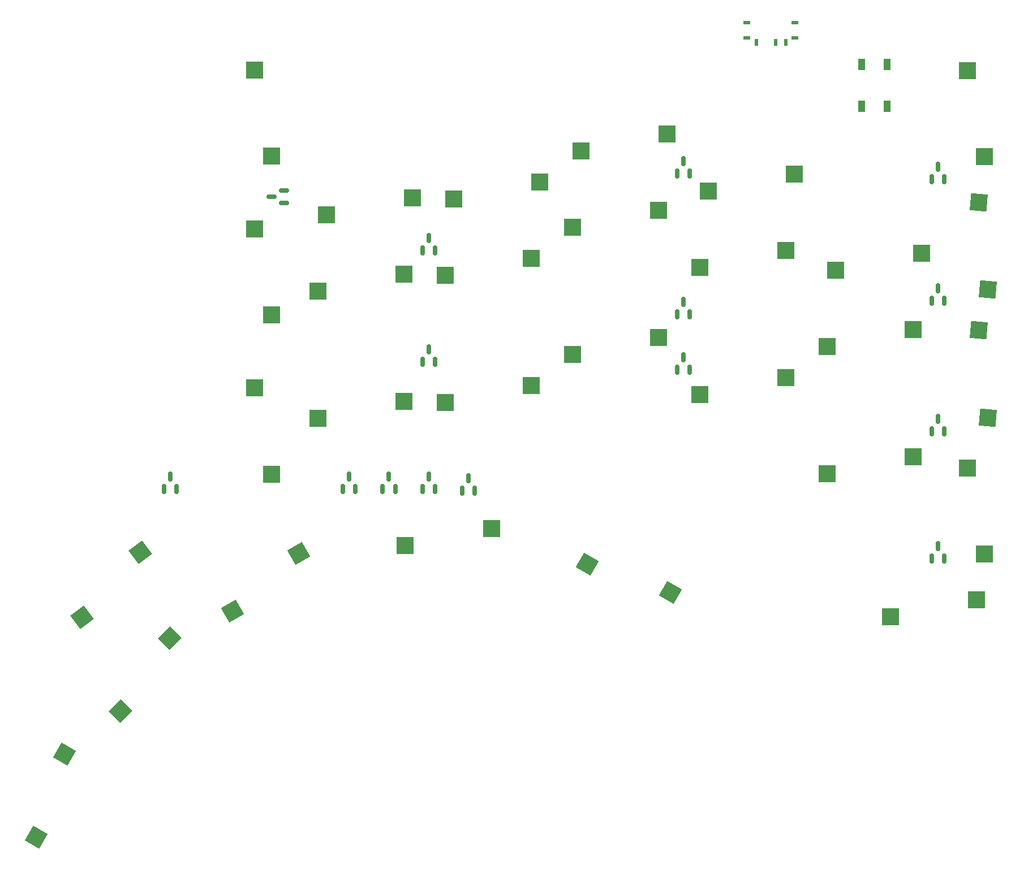
<source format=gbp>
G04 #@! TF.GenerationSoftware,KiCad,Pcbnew,7.0.2*
G04 #@! TF.CreationDate,2023-05-17T12:25:55+02:00*
G04 #@! TF.ProjectId,mykeeb_v7a2_right,6d796b65-6562-45f7-9637-61325f726967,rev?*
G04 #@! TF.SameCoordinates,Original*
G04 #@! TF.FileFunction,Paste,Bot*
G04 #@! TF.FilePolarity,Positive*
%FSLAX46Y46*%
G04 Gerber Fmt 4.6, Leading zero omitted, Abs format (unit mm)*
G04 Created by KiCad (PCBNEW 7.0.2) date 2023-05-17 12:25:55*
%MOMM*%
%LPD*%
G01*
G04 APERTURE LIST*
G04 Aperture macros list*
%AMRoundRect*
0 Rectangle with rounded corners*
0 $1 Rounding radius*
0 $2 $3 $4 $5 $6 $7 $8 $9 X,Y pos of 4 corners*
0 Add a 4 corners polygon primitive as box body*
4,1,4,$2,$3,$4,$5,$6,$7,$8,$9,$2,$3,0*
0 Add four circle primitives for the rounded corners*
1,1,$1+$1,$2,$3*
1,1,$1+$1,$4,$5*
1,1,$1+$1,$6,$7*
1,1,$1+$1,$8,$9*
0 Add four rect primitives between the rounded corners*
20,1,$1+$1,$2,$3,$4,$5,0*
20,1,$1+$1,$4,$5,$6,$7,0*
20,1,$1+$1,$6,$7,$8,$9,0*
20,1,$1+$1,$8,$9,$2,$3,0*%
%AMRotRect*
0 Rectangle, with rotation*
0 The origin of the aperture is its center*
0 $1 length*
0 $2 width*
0 $3 Rotation angle, in degrees counterclockwise*
0 Add horizontal line*
21,1,$1,$2,0,0,$3*%
G04 Aperture macros list end*
%ADD10RotRect,2.550000X2.500000X30.000000*%
%ADD11RotRect,2.550000X2.500000X85.000000*%
%ADD12R,2.550000X2.500000*%
%ADD13R,2.500000X2.550000*%
%ADD14RotRect,2.550000X2.500000X45.000000*%
%ADD15RotRect,2.550000X2.500000X60.000000*%
%ADD16RotRect,2.550000X2.500000X217.000000*%
%ADD17RotRect,2.550000X2.500000X330.000000*%
%ADD18RoundRect,0.150000X0.150000X-0.587500X0.150000X0.587500X-0.150000X0.587500X-0.150000X-0.587500X0*%
%ADD19R,1.100000X0.600000*%
%ADD20R,1.000000X0.600000*%
%ADD21R,0.600000X1.000000*%
%ADD22RoundRect,0.150000X0.587500X0.150000X-0.587500X0.150000X-0.587500X-0.150000X0.587500X-0.150000X0*%
%ADD23R,1.000000X1.700000*%
G04 APERTURE END LIST*
D10*
X56388206Y-238306315D03*
X66289934Y-229656611D03*
D11*
X169428363Y-190122184D03*
X168022338Y-177049897D03*
D12*
X140435096Y-172799520D03*
X127535096Y-175339520D03*
X145315096Y-198675820D03*
X158215096Y-196135820D03*
X102335096Y-173990220D03*
X89435096Y-176530220D03*
X145315096Y-217725820D03*
X158215096Y-215185820D03*
D13*
X168910096Y-229732020D03*
X166370096Y-216832020D03*
X168910096Y-170200820D03*
X166370096Y-157300820D03*
D12*
X82211896Y-228441520D03*
X95111896Y-225901520D03*
D13*
X59689996Y-204846520D03*
X62229996Y-217746520D03*
D14*
X39628493Y-253245220D03*
X46954119Y-242327492D03*
D15*
X26999891Y-272161410D03*
X31250187Y-259719682D03*
D16*
X42599739Y-229428795D03*
X33825951Y-239220743D03*
D12*
X69115096Y-209391420D03*
X82015096Y-206851420D03*
X107215096Y-199866420D03*
X120115096Y-197326420D03*
X88165096Y-187960220D03*
X101065096Y-185420220D03*
X69115096Y-190341420D03*
X82015096Y-187801420D03*
X107215096Y-180816420D03*
X120115096Y-178276420D03*
X126265096Y-186769520D03*
X139165096Y-184229520D03*
D13*
X59690096Y-157221420D03*
X62230096Y-170121420D03*
D12*
X83285096Y-176371420D03*
X70385096Y-178911420D03*
X88165096Y-207010220D03*
X101065096Y-204470220D03*
X126265096Y-205819520D03*
X139165096Y-203279520D03*
D11*
X169428363Y-209304984D03*
X168022338Y-196232697D03*
D13*
X59690096Y-181033920D03*
X62230096Y-193933920D03*
D17*
X109434206Y-231263515D03*
X121875934Y-235513811D03*
D12*
X154840096Y-239157120D03*
X167740096Y-236617120D03*
X159485096Y-184705820D03*
X146585096Y-187245820D03*
X121385096Y-166846420D03*
X108485096Y-169386420D03*
D18*
X162875096Y-211336115D03*
X160975096Y-211336115D03*
X161925096Y-209461115D03*
X86675072Y-200962668D03*
X84775072Y-200962668D03*
X85725072Y-199087668D03*
X92628202Y-220265810D03*
X90728202Y-220265810D03*
X91678202Y-218390810D03*
X86675096Y-184293904D03*
X84775096Y-184293904D03*
X85725096Y-182418904D03*
X86675072Y-220012684D03*
X84775072Y-220012684D03*
X85725072Y-218137684D03*
X47979727Y-220012684D03*
X46079727Y-220012684D03*
X47029727Y-218137684D03*
D19*
X140550096Y-150114120D03*
D20*
X133350096Y-150114120D03*
X140550096Y-152400120D03*
D19*
X133350096Y-152400120D03*
D21*
X134750096Y-153107120D03*
X137650096Y-153107120D03*
X139150096Y-153107120D03*
D18*
X80721942Y-220012684D03*
X78821942Y-220012684D03*
X79771942Y-218137684D03*
X74768812Y-220012684D03*
X72868812Y-220012684D03*
X73818812Y-218137684D03*
D22*
X64040596Y-175262720D03*
X64040596Y-177162720D03*
X62165596Y-176212720D03*
D18*
X162875096Y-191779847D03*
X160975096Y-191779847D03*
X161925096Y-189904847D03*
X162875096Y-173578270D03*
X160975096Y-173578270D03*
X161925096Y-171703270D03*
X124775096Y-193818912D03*
X122875096Y-193818912D03*
X123825096Y-191943912D03*
X162875096Y-230386131D03*
X160975096Y-230386131D03*
X161925096Y-228511131D03*
D23*
X150500128Y-156393884D03*
X150500128Y-162693884D03*
X154300128Y-156393884D03*
X154300128Y-162693884D03*
D18*
X124775104Y-202153294D03*
X122875104Y-202153294D03*
X123825104Y-200278294D03*
X124775104Y-172729831D03*
X122875104Y-172729831D03*
X123825104Y-170854831D03*
M02*

</source>
